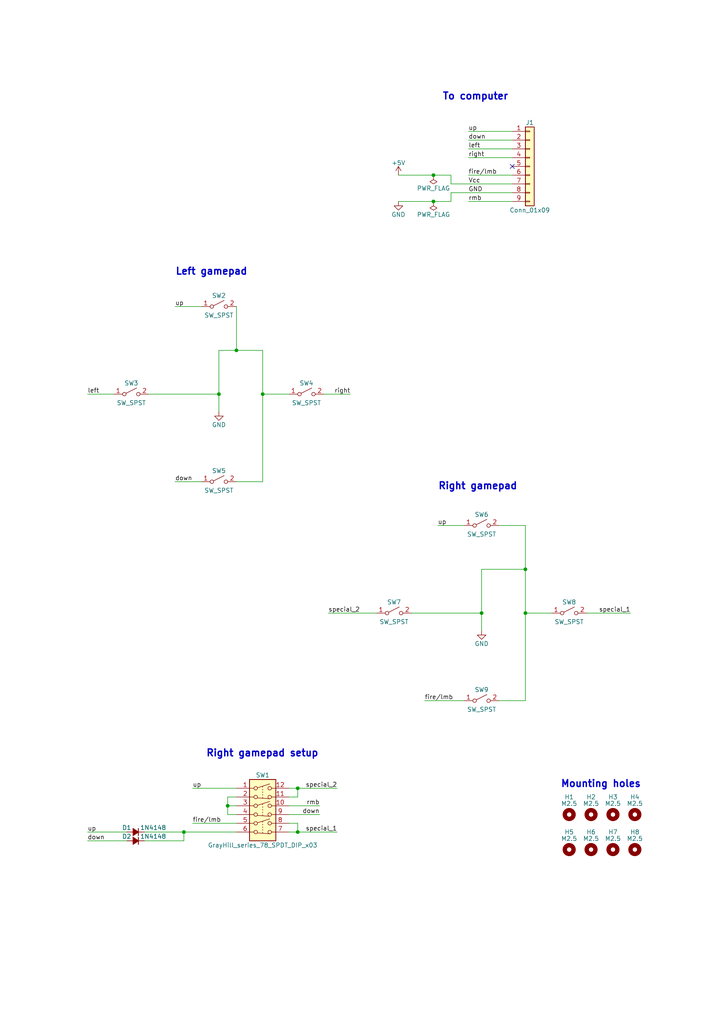
<source format=kicad_sch>
(kicad_sch (version 20230121) (generator eeschema)
  (paper "A4" portrait)
  (title_block (title "Tricky GAMe CONtroller for the Atari ST family -- PCB") (date "2023-11-14") (rev "v1.0.0-RC3") (company "Sporniket") (comment 3 "https://github.com/sporniket/tricky-gamecon-for-atari-st") (comment 4 "Original repository"))
  (lib_symbols
    (symbol "Connector_Generic:Conn_01x09" (pin_names (offset 1.016) hide)
      (property "Reference" "J" (at 0 12.7 0))
      (property "Value" "Conn_01x09" (at 0 -12.7 0))
      (symbol "Conn_01x09_1_1"
        (rectangle (start -1.27 -10.033) (end 0 -10.287) (stroke (width 0.1524)))
        (rectangle (start -1.27 -7.493) (end 0 -7.747) (stroke (width 0.1524)))
        (rectangle (start -1.27 -4.953) (end 0 -5.207) (stroke (width 0.1524)))
        (rectangle (start -1.27 -2.413) (end 0 -2.667) (stroke (width 0.1524)))
        (rectangle (start -1.27 0.127) (end 0 -0.127) (stroke (width 0.1524)))
        (rectangle (start -1.27 2.667) (end 0 2.413) (stroke (width 0.1524)))
        (rectangle (start -1.27 5.207) (end 0 4.953) (stroke (width 0.1524)))
        (rectangle (start -1.27 7.747) (end 0 7.493) (stroke (width 0.1524)))
        (rectangle (start -1.27 10.287) (end 0 10.033) (stroke (width 0.1524)))
        (rectangle (start -1.27 11.43) (end 1.27 -11.43) (stroke (width 0.254)) (fill (type background)))
        (pin passive line (at -5.08 10.16 0) (length 3.81) (name "Pin_1") (number "1"))
        (pin passive line (at -5.08 7.62 0) (length 3.81) (name "Pin_2") (number "2"))
        (pin passive line (at -5.08 5.08 0) (length 3.81) (name "Pin_3") (number "3"))
        (pin passive line (at -5.08 2.54 0) (length 3.81) (name "Pin_4") (number "4"))
        (pin passive line (at -5.08 0 0) (length 3.81) (name "Pin_5") (number "5"))
        (pin passive line (at -5.08 -2.54 0) (length 3.81) (name "Pin_6") (number "6"))
        (pin passive line (at -5.08 -5.08 0) (length 3.81) (name "Pin_7") (number "7"))
        (pin passive line (at -5.08 -7.62 0) (length 3.81) (name "Pin_8") (number "8"))
        (pin passive line (at -5.08 -10.16 0) (length 3.81) (name "Pin_9") (number "9"))
      )
    )
    (symbol "Device:D_Small_Filled" (pin_numbers hide) (pin_names (offset 0.254) hide)
      (property "Reference" "D" (at -1.27 2.032 0))
      (property "Value" "D_Small_Filled" (at -3.81 -2.032 0))
      (symbol "D_Small_Filled_0_1"
        (polyline (pts (xy -0.762 -1.016) (xy -0.762 1.016)) (stroke (width 0.254)))
        (polyline (pts (xy -0.762 0) (xy 0.762 0)))
        (polyline (pts (xy 0.762 -1.016) (xy -0.762 0) (xy 0.762 1.016) (xy 0.762 -1.016)) (stroke (width 0.254)) (fill (type outline)))
      )
      (symbol "D_Small_Filled_1_1"
        (pin passive line (at -2.54 0 0) (length 1.778) (name "K") (number "1"))
        (pin passive line (at 2.54 0 180) (length 1.778) (name "A") (number "2"))
      )
    )
    (symbol "Mechanical:MountingHole" (pin_names (offset 1.016))
      (property "Reference" "H" (at 0 5.08 0))
      (property "Value" "MountingHole" (at 0 3.175 0))
      (symbol "MountingHole_0_1"
        (circle (center 0 0) (radius 1.27) (stroke (width 1.27)))
      )
    )
    (symbol "Switch:SW_SPST" (pin_names (offset 0) hide)
      (property "Reference" "SW" (at 0 3.175 0))
      (property "Value" "SW_SPST" (at 0 -2.54 0))
      (symbol "SW_SPST_0_0"
        (circle (center -2.032 0) (radius 0.508))
        (polyline (pts (xy -1.524 0.254) (xy 1.524 1.778)))
        (circle (center 2.032 0) (radius 0.508))
      )
      (symbol "SW_SPST_1_1"
        (pin passive line (at -5.08 0 0) (length 2.54) (name "A") (number "1"))
        (pin passive line (at 5.08 0 180) (length 2.54) (name "B") (number "2"))
      )
    )
    (symbol "power:+5V" (power) (pin_names (offset 0))
      (property "Value" "+5V" (at 0 3.556 0))
      (symbol "+5V_0_1"
        (polyline (pts (xy -0.762 1.27) (xy 0 2.54)))
        (polyline (pts (xy 0 0) (xy 0 2.54)))
        (polyline (pts (xy 0 2.54) (xy 0.762 1.27)))
      )
      (symbol "+5V_1_1"
        (pin power_in line (at 0 0 90) (length 0) hide (name "+5V") (number "1"))
      )
    )
    (symbol "power:GND" (power) (pin_names (offset 0))
      (property "Value" "GND" (at 0 -3.81 0))
      (symbol "GND_0_1"
        (polyline (pts (xy 0 0) (xy 0 -1.27) (xy 1.27 -1.27) (xy 0 -2.54) (xy -1.27 -1.27) (xy 0 -1.27)))
      )
      (symbol "GND_1_1"
        (pin power_in line (at 0 0 270) (length 0) hide (name "GND") (number "1"))
      )
    )
    (symbol "power:PWR_FLAG" (power) (pin_numbers hide) (pin_names (offset 0) hide)
      (property "Value" "PWR_FLAG" (at 0 3.81 0))
      (symbol "PWR_FLAG_0_0"
        (pin power_out line (at 0 0 90) (length 0) (name "pwr") (number "1"))
      )
      (symbol "PWR_FLAG_0_1"
        (polyline (pts (xy 0 0) (xy 0 1.27) (xy -1.016 1.905) (xy 0 2.54) (xy 1.016 1.905) (xy 0 1.27)))
      )
    )
    (symbol "tricky_symbols:GrayHill_series_78_SPDT_DIP_x03" (pin_names (offset 0) hide)
      (property "Reference" "SW" (at 0 11.43 0))
      (property "Value" "GrayHill_series_78_SPDT_DIP_x03" (at 0 -8.89 0))
      (symbol "GrayHill_series_78_SPDT_DIP_x03_0_0"
        (circle (center -2.032 -5.08) (radius 0.508))
        (circle (center -2.032 -2.54) (radius 0.508))
        (circle (center -2.032 0) (radius 0.508))
        (circle (center -2.032 2.54) (radius 0.508))
        (circle (center -2.032 5.08) (radius 0.508))
        (circle (center -2.032 7.62) (radius 0.508))
        (polyline (pts (xy -1.524 -5.334) (xy 2.032 -5.588)))
        (polyline (pts (xy -1.524 -2.3876) (xy 2.032 -1.27)))
        (polyline (pts (xy -1.524 -0.254) (xy 2.032 -0.508)))
        (polyline (pts (xy -1.524 2.667) (xy 2.032 3.81)))
        (polyline (pts (xy -1.524 4.826) (xy 2.032 4.572)))
        (polyline (pts (xy -1.524 7.747) (xy 2.032 8.89)))
        (circle (center 2.032 -5.08) (radius 0.508))
        (circle (center 2.032 -2.54) (radius 0.508))
        (circle (center 2.032 0) (radius 0.508))
        (circle (center 2.032 2.54) (radius 0.508))
        (circle (center 2.032 5.08) (radius 0.508))
        (circle (center 2.032 7.62) (radius 0.508))
      )
      (symbol "GrayHill_series_78_SPDT_DIP_x03_0_1"
        (rectangle (start -3.81 10.16) (end 3.81 -7.62) (stroke (width 0.254)) (fill (type background)))
      )
      (symbol "GrayHill_series_78_SPDT_DIP_x03_1_1"
        (polyline (pts (xy 0 -5.08) (xy 0 -5.334)))
        (polyline (pts (xy 0 -4.318) (xy 0 -4.572)))
        (polyline (pts (xy 0 -3.556) (xy 0 -3.81)))
        (polyline (pts (xy 0 -2.794) (xy 0 -3.048)))
        (polyline (pts (xy 0 -2.032) (xy 0 -2.286)))
        (polyline (pts (xy 0 0) (xy 0 -0.254)))
        (polyline (pts (xy 0 0.762) (xy 0 0.508)))
        (polyline (pts (xy 0 1.524) (xy 0 1.27)))
        (polyline (pts (xy 0 2.286) (xy 0 2.032)))
        (polyline (pts (xy 0 3.048) (xy 0 2.794)))
        (polyline (pts (xy 0 5.08) (xy 0 4.826)))
        (polyline (pts (xy 0 5.842) (xy 0 5.588)))
        (polyline (pts (xy 0 6.604) (xy 0 6.35)))
        (polyline (pts (xy 0 7.366) (xy 0 7.112)))
        (polyline (pts (xy 0 8.128) (xy 0 7.874)))
        (pin passive line (at -7.62 7.62 0) (length 5.08) (name "~") (number "1"))
        (pin passive line (at 7.62 2.54 180) (length 5.08) (name "~") (number "10"))
        (pin passive line (at 7.62 5.08 180) (length 5.08) (name "~") (number "11"))
        (pin passive line (at 7.62 7.62 180) (length 5.08) (name "~") (number "12"))
        (pin passive line (at -7.62 5.08 0) (length 5.08) (name "~") (number "2"))
        (pin passive line (at -7.62 2.54 0) (length 5.08) (name "~") (number "3"))
        (pin passive line (at -7.62 0 0) (length 5.08) (name "~") (number "4"))
        (pin passive line (at -7.62 -2.54 0) (length 5.08) (name "~") (number "5"))
        (pin passive line (at -7.62 -5.08 0) (length 5.08) (name "~") (number "6"))
        (pin passive line (at 7.62 -5.08 180) (length 5.08) (name "~") (number "7"))
        (pin passive line (at 7.62 -2.54 180) (length 5.08) (name "~") (number "8"))
        (pin passive line (at 7.62 0 180) (length 5.08) (name "~") (number "9"))
      )
    )
  )
  (junction (at 53.34 241.3))
  (junction (at 152.4 177.8))
  (junction (at 68.58 101.6))
  (junction (at 63.5 114.3))
  (junction (at 76.2 114.3))
  (junction (at 66.04 233.68))
  (junction (at 125.73 58.42))
  (junction (at 152.4 165.1))
  (junction (at 125.73 50.8))
  (junction (at 86.36 228.6))
  (junction (at 86.36 241.3))
  (junction (at 139.7 177.8))
  (no_connect (at 148.59 48.26))
  (wire (pts (xy 130.81 53.34) (xy 130.81 50.8)))
  (wire (pts (xy 55.88 228.6) (xy 68.58 228.6)))
  (wire (pts (xy 152.4 177.8) (xy 152.4 165.1)))
  (wire (pts (xy 86.36 228.6) (xy 97.79 228.6)))
  (wire (pts (xy 83.82 231.14) (xy 86.36 231.14)))
  (wire (pts (xy 43.18 114.3) (xy 63.5 114.3)))
  (wire (pts (xy 130.81 55.88) (xy 148.59 55.88)))
  (wire (pts (xy 130.81 55.88) (xy 130.81 58.42)))
  (wire (pts (xy 135.89 38.1) (xy 148.59 38.1)))
  (wire (pts (xy 83.82 241.3) (xy 86.36 241.3)))
  (wire (pts (xy 139.7 165.1) (xy 139.7 177.8)))
  (wire (pts (xy 123.19 203.2) (xy 134.62 203.2)))
  (wire (pts (xy 95.25 177.8) (xy 109.22 177.8)))
  (wire (pts (xy 66.04 233.68) (xy 66.04 231.14)))
  (wire (pts (xy 50.8 88.9) (xy 58.42 88.9)))
  (wire (pts (xy 25.4 114.3) (xy 33.02 114.3)))
  (wire (pts (xy 68.58 236.22) (xy 66.04 236.22)))
  (wire (pts (xy 127 152.4) (xy 134.62 152.4)))
  (wire (pts (xy 125.73 50.8) (xy 130.81 50.8)))
  (wire (pts (xy 83.82 233.68) (xy 92.71 233.68)))
  (wire (pts (xy 53.34 241.3) (xy 68.58 241.3)))
  (wire (pts (xy 139.7 177.8) (xy 139.7 182.88)))
  (wire (pts (xy 144.78 203.2) (xy 152.4 203.2)))
  (wire (pts (xy 68.58 139.7) (xy 76.2 139.7)))
  (wire (pts (xy 76.2 101.6) (xy 68.58 101.6)))
  (wire (pts (xy 97.79 241.3) (xy 86.36 241.3)))
  (wire (pts (xy 125.73 58.42) (xy 130.81 58.42)))
  (wire (pts (xy 68.58 88.9) (xy 68.58 101.6)))
  (wire (pts (xy 76.2 114.3) (xy 76.2 139.7)))
  (wire (pts (xy 63.5 101.6) (xy 63.5 114.3)))
  (wire (pts (xy 135.89 58.42) (xy 148.59 58.42)))
  (wire (pts (xy 66.04 233.68) (xy 68.58 233.68)))
  (wire (pts (xy 41.91 241.3) (xy 53.34 241.3)))
  (wire (pts (xy 66.04 231.14) (xy 68.58 231.14)))
  (wire (pts (xy 66.04 236.22) (xy 66.04 233.68)))
  (wire (pts (xy 86.36 231.14) (xy 86.36 228.6)))
  (wire (pts (xy 135.89 50.8) (xy 148.59 50.8)))
  (wire (pts (xy 50.8 139.7) (xy 58.42 139.7)))
  (wire (pts (xy 55.88 238.76) (xy 68.58 238.76)))
  (wire (pts (xy 41.91 243.84) (xy 53.34 243.84)))
  (wire (pts (xy 160.02 177.8) (xy 152.4 177.8)))
  (wire (pts (xy 86.36 241.3) (xy 86.36 238.76)))
  (wire (pts (xy 139.7 165.1) (xy 152.4 165.1)))
  (wire (pts (xy 93.98 114.3) (xy 101.6 114.3)))
  (wire (pts (xy 68.58 101.6) (xy 63.5 101.6)))
  (wire (pts (xy 63.5 114.3) (xy 63.5 119.38)))
  (wire (pts (xy 170.18 177.8) (xy 182.88 177.8)))
  (wire (pts (xy 152.4 152.4) (xy 152.4 165.1)))
  (wire (pts (xy 83.82 236.22) (xy 92.71 236.22)))
  (wire (pts (xy 25.4 243.84) (xy 36.83 243.84)))
  (wire (pts (xy 119.38 177.8) (xy 139.7 177.8)))
  (wire (pts (xy 144.78 152.4) (xy 152.4 152.4)))
  (wire (pts (xy 53.34 241.3) (xy 53.34 243.84)))
  (wire (pts (xy 83.82 114.3) (xy 76.2 114.3)))
  (wire (pts (xy 25.4 241.3) (xy 36.83 241.3)))
  (wire (pts (xy 115.57 50.8) (xy 125.73 50.8)))
  (wire (pts (xy 76.2 114.3) (xy 76.2 101.6)))
  (wire (pts (xy 86.36 238.76) (xy 83.82 238.76)))
  (wire (pts (xy 83.82 228.6) (xy 86.36 228.6)))
  (wire (pts (xy 135.89 43.18) (xy 148.59 43.18)))
  (wire (pts (xy 152.4 177.8) (xy 152.4 203.2)))
  (wire (pts (xy 135.89 45.72) (xy 148.59 45.72)))
  (wire (pts (xy 130.81 53.34) (xy 148.59 53.34)))
  (wire (pts (xy 115.57 58.42) (xy 125.73 58.42)))
  (wire (pts (xy 135.89 40.64) (xy 148.59 40.64)))
  (text "Right gamepad setup" (at 59.69 219.71 0) (effects (font (size 2 2) (thickness 0.4) bold) (justify left bottom)))
  (text "Mounting holes" (at 162.56 228.6 0) (effects (font (size 2 2) (thickness 0.4) bold) (justify left bottom)))
  (text "To computer" (at 128.27 29.21 0) (effects (font (size 2 2) (thickness 0.4) bold) (justify left bottom)))
  (text "Left gamepad" (at 50.8 80.01 0) (effects (font (size 2 2) (thickness 0.4) bold) (justify left bottom)))
  (text "Right gamepad" (at 127 142.24 0) (effects (font (size 2 2) (thickness 0.4) bold) (justify left bottom)))
  (label "up" (at 50.8 88.9 0))
  (label "GND" (at 135.89 55.88 0))
  (label "up" (at 135.89 38.1 0))
  (label "down" (at 50.8 139.7 0))
  (label "Vcc" (at 135.89 53.34 0))
  (label "up" (at 55.88 228.6 0))
  (label "fire{slash}lmb" (at 135.89 50.8 0))
  (label "rmb" (at 92.71 233.68 180))
  (label "left" (at 135.89 43.18 0))
  (label "up" (at 25.4 241.3 0))
  (label "special_1" (at 97.79 241.3 180))
  (label "fire{slash}lmb" (at 123.19 203.2 0))
  (label "down" (at 25.4 243.84 0))
  (label "right" (at 101.6 114.3 180))
  (label "down" (at 135.89 40.64 0))
  (label "rmb" (at 135.89 58.42 0))
  (label "up" (at 127 152.4 0))
  (label "down" (at 92.71 236.22 180))
  (label "right" (at 135.89 45.72 0))
  (label "left" (at 25.4 114.3 0))
  (label "special_1" (at 182.88 177.8 180))
  (label "special_2" (at 95.25 177.8 0))
  (label "special_2" (at 97.79 228.6 180))
  (label "fire{slash}lmb" (at 55.88 238.76 0))
  (symbol (lib_id "Mechanical:MountingHole") (at 184.15 246.38 0) (unit 1)
    (property "Reference" "H8" (at 184.15 241.3 0))
    (property "Value" "M2.5" (at 184.15 243.205 0))
    (property "Footprint" "MountingHole:MountingHole_2.7mm_M2.5" (effects hide))
  )
  (symbol (lib_id "Mechanical:MountingHole") (at 171.45 236.22 0) (unit 1)
    (property "Reference" "H2" (at 171.45 231.14 0))
    (property "Value" "M2.5" (at 171.45 233.045 0))
    (property "Footprint" "MountingHole:MountingHole_2.7mm_M2.5" (effects hide))
  )
  (symbol (lib_id "Switch:SW_SPST") (at 63.5 88.9 0) (unit 1)
    (property "Reference" "SW2" (at 63.5 85.725 0))
    (property "Value" "SW_SPST" (at 63.5 91.44 0))
    (property "Footprint" "Button_Switch_THT:SW_PUSH-12mm" (effects hide))
  )
  (symbol (lib_id "Mechanical:MountingHole") (at 184.15 236.22 0) (unit 1)
    (property "Reference" "H4" (at 184.15 231.14 0))
    (property "Value" "M2.5" (at 184.15 233.045 0))
    (property "Footprint" "MountingHole:MountingHole_2.7mm_M2.5" (effects hide))
  )
  (symbol (lib_id "power:GND") (at 115.57 58.42 0) (unit 1)
    (property "Reference" "#PWR02" (effects hide))
    (property "Value" "GND" (at 115.57 62.23 0))
  )
  (symbol (lib_id "Switch:SW_SPST") (at 38.1 114.3 0) (unit 1)
    (property "Reference" "SW3" (at 38.1 111.125 0))
    (property "Value" "SW_SPST" (at 38.1 116.84 0))
    (property "Footprint" "Button_Switch_THT:SW_PUSH-12mm" (effects hide))
  )
  (symbol (lib_id "Switch:SW_SPST") (at 165.1 177.8 0) (unit 1)
    (property "Reference" "SW8" (at 165.1 174.625 0))
    (property "Value" "SW_SPST" (at 165.1 180.34 0))
    (property "Footprint" "Button_Switch_THT:SW_PUSH-12mm" (effects hide))
  )
  (symbol (lib_id "Switch:SW_SPST") (at 139.7 152.4 0) (unit 1)
    (property "Reference" "SW6" (at 139.7 149.225 0))
    (property "Value" "SW_SPST" (at 139.7 154.94 0))
    (property "Footprint" "Button_Switch_THT:SW_PUSH-12mm" (effects hide))
  )
  (symbol (lib_id "Mechanical:MountingHole") (at 171.45 246.38 0) (unit 1)
    (property "Reference" "H6" (at 171.45 241.3 0))
    (property "Value" "M2.5" (at 171.45 243.205 0))
    (property "Footprint" "MountingHole:MountingHole_2.7mm_M2.5" (effects hide))
  )
  (symbol (lib_id "Mechanical:MountingHole") (at 177.8 236.22 0) (unit 1)
    (property "Reference" "H3" (at 177.8 231.14 0))
    (property "Value" "M2.5" (at 177.8 233.045 0))
    (property "Footprint" "MountingHole:MountingHole_2.7mm_M2.5" (effects hide))
  )
  (symbol (lib_id "power:PWR_FLAG") (at 125.73 58.42 180) (unit 1)
    (property "Reference" "#FLG02" (effects hide))
    (property "Value" "PWR_FLAG" (at 125.73 62.23 0))
  )
  (symbol (lib_id "Device:D_Small_Filled") (at 39.37 241.3 180) (unit 1)
    (property "Reference" "D1" (at 38.1 240.03 0) (effects (justify left)))
    (property "Value" "1N4148" (at 40.64 240.03 0) (effects (justify right)))
    (property "Footprint" "commons-passives_THT:Passive_THT_diode_W2.54mm_L12.70mm" (effects hide))
    (property "Sim.Device" "D" (effects hide))
    (property "Sim.Pins" "1=K 2=A" (effects hide))
  )
  (symbol (lib_id "Mechanical:MountingHole") (at 177.8 246.38 0) (unit 1)
    (property "Reference" "H7" (at 177.8 241.3 0))
    (property "Value" "M2.5" (at 177.8 243.205 0))
    (property "Footprint" "MountingHole:MountingHole_2.7mm_M2.5" (effects hide))
  )
  (symbol (lib_id "Switch:SW_SPST") (at 139.7 203.2 0) (unit 1)
    (property "Reference" "SW9" (at 139.7 200.025 0))
    (property "Value" "SW_SPST" (at 139.7 205.74 0))
    (property "Footprint" "Button_Switch_THT:SW_PUSH-12mm" (effects hide))
  )
  (symbol (lib_id "Mechanical:MountingHole") (at 165.1 246.38 0) (unit 1)
    (property "Reference" "H5" (at 165.1 241.3 0))
    (property "Value" "M2.5" (at 165.1 243.205 0))
    (property "Footprint" "MountingHole:MountingHole_2.7mm_M2.5" (effects hide))
  )
  (symbol (lib_id "Switch:SW_SPST") (at 63.5 139.7 0) (unit 1)
    (property "Reference" "SW5" (at 63.5 136.525 0))
    (property "Value" "SW_SPST" (at 63.5 142.24 0))
    (property "Footprint" "Button_Switch_THT:SW_PUSH-12mm" (effects hide))
  )
  (symbol (lib_id "Switch:SW_SPST") (at 88.9 114.3 0) (unit 1)
    (property "Reference" "SW4" (at 88.9 111.125 0))
    (property "Value" "SW_SPST" (at 88.9 116.84 0))
    (property "Footprint" "Button_Switch_THT:SW_PUSH-12mm" (effects hide))
  )
  (symbol (lib_id "power:GND") (at 139.7 182.88 0) (unit 1)
    (property "Reference" "#PWR04" (effects hide))
    (property "Value" "GND" (at 139.7 186.69 0))
  )
  (symbol (lib_id "Connector_Generic:Conn_01x09") (at 153.67 48.26 0) (unit 1)
    (property "Reference" "J1" (at 153.67 35.56 0))
    (property "Value" "Conn_01x09" (at 153.67 60.96 0))
    (property "Footprint" "tricky_footprints:Wire_pads_x9" (effects hide))
  )
  (symbol (lib_id "power:GND") (at 63.5 119.38 0) (unit 1)
    (property "Reference" "#PWR03" (effects hide))
    (property "Value" "GND" (at 63.5 123.19 0))
  )
  (symbol (lib_id "power:PWR_FLAG") (at 125.73 50.8 180) (unit 1)
    (property "Reference" "#FLG01" (effects hide))
    (property "Value" "PWR_FLAG" (at 125.73 54.61 0))
  )
  (symbol (lib_id "power:+5V") (at 115.57 50.8 0) (unit 1)
    (property "Reference" "#PWR01" (effects hide))
    (property "Value" "+5V" (at 115.57 47.244 0))
  )
  (symbol (lib_id "Switch:SW_SPST") (at 114.3 177.8 0) (unit 1)
    (property "Reference" "SW7" (at 114.3 174.625 0))
    (property "Value" "SW_SPST" (at 114.3 180.34 0))
    (property "Footprint" "Button_Switch_THT:SW_PUSH-12mm" (effects hide))
  )
  (symbol (lib_id "tricky_symbols:GrayHill_series_78_SPDT_DIP_x03") (at 76.2 236.22 0) (unit 1)
    (property "Reference" "SW1" (at 76.2 224.79 0))
    (property "Value" "GrayHill_series_78_SPDT_DIP_x03" (at 76.2 245.11 0))
    (property "Footprint" "tricky_footprints:GrayHill_Series78_SPDT_DIP_Switches_x03" (effects hide))
  )
  (symbol (lib_id "Mechanical:MountingHole") (at 165.1 236.22 0) (unit 1)
    (property "Reference" "H1" (at 165.1 231.14 0))
    (property "Value" "M2.5" (at 165.1 233.045 0))
    (property "Footprint" "MountingHole:MountingHole_2.7mm_M2.5" (effects hide))
  )
  (symbol (lib_id "Device:D_Small_Filled") (at 39.37 243.84 180) (unit 1)
    (property "Reference" "D2" (at 38.1 242.57 0) (effects (justify left)))
    (property "Value" "1N4148" (at 40.64 242.57 0) (effects (justify right)))
    (property "Footprint" "commons-passives_THT:Passive_THT_diode_W2.54mm_L12.70mm" (effects hide))
    (property "Sim.Device" "D" (effects hide))
    (property "Sim.Pins" "1=K 2=A" (effects hide))
  )
)
</source>
